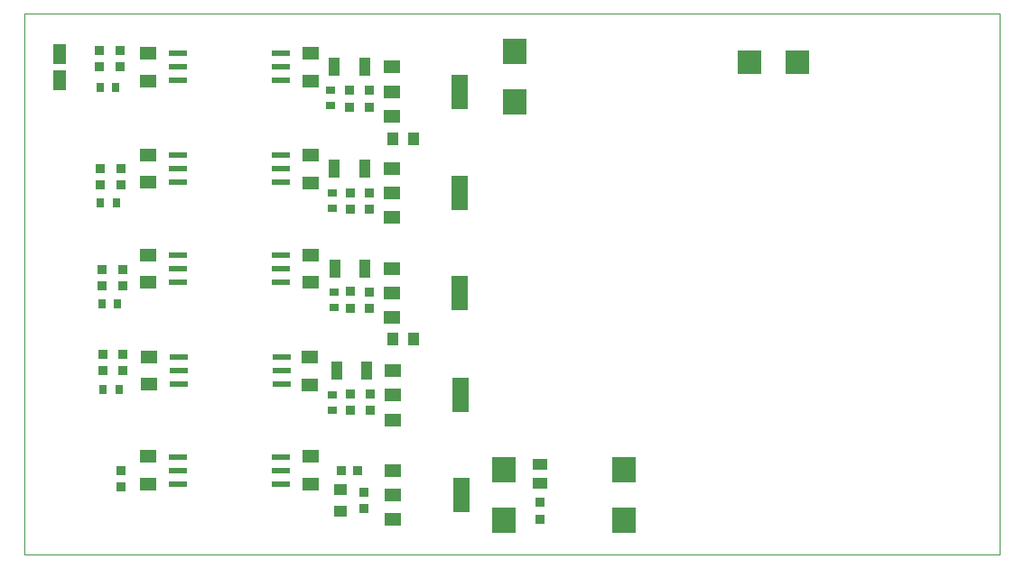
<source format=gtp>
G04*
G04 #@! TF.GenerationSoftware,Altium Limited,Altium Designer,19.1.8 (144)*
G04*
G04 Layer_Color=8421504*
%FSLAX25Y25*%
%MOIN*%
G70*
G01*
G75*
%ADD19C,0.00010*%
%ADD20R,0.09055X0.09055*%
%ADD21R,0.09055X0.09646*%
%ADD22R,0.03543X0.03347*%
%ADD23R,0.05315X0.03937*%
%ADD24R,0.04724X0.03937*%
%ADD25R,0.03347X0.02953*%
%ADD26R,0.03347X0.03543*%
%ADD27R,0.03937X0.04724*%
%ADD28R,0.06299X0.12992*%
%ADD29R,0.06299X0.04724*%
%ADD30R,0.04134X0.06693*%
%ADD31R,0.06496X0.04724*%
%ADD32R,0.02953X0.03347*%
%ADD33R,0.06693X0.02362*%
%ADD34R,0.05118X0.07677*%
D19*
X360005Y200000D02*
G03*
X360000Y200005I-5J0D01*
G01*
X360005Y200000D02*
G03*
X360000Y200005I-5J0D01*
G01*
X360000Y-5D02*
G03*
X360005Y0I0J5D01*
G01*
X360000Y-5D02*
G03*
X360005Y0I0J5D01*
G01*
X0Y200005D02*
G03*
X-5Y200000I0J-5D01*
G01*
X0Y200005D02*
G03*
X-5Y200000I0J-5D01*
G01*
Y0D02*
G03*
X0Y-5I5J0D01*
G01*
X-5Y0D02*
G03*
X0Y-5I5J0D01*
G01*
X360005Y200000D02*
X360005Y0D01*
X0Y200005D02*
X360000Y200005D01*
X0Y-5D02*
X360000Y-5D01*
X-5Y0D02*
Y200000D01*
D20*
X267717Y182087D02*
D03*
X285433D02*
D03*
D21*
X181150Y167339D02*
D03*
Y186039D02*
D03*
X221260Y12697D02*
D03*
Y31398D02*
D03*
X177126Y12697D02*
D03*
Y31398D02*
D03*
D22*
X190157Y13091D02*
D03*
Y19193D02*
D03*
X125197Y23130D02*
D03*
Y17028D02*
D03*
X127559Y53248D02*
D03*
Y59350D02*
D03*
X120472D02*
D03*
Y53248D02*
D03*
X127165Y97146D02*
D03*
Y91043D02*
D03*
X120472Y97244D02*
D03*
Y91142D02*
D03*
X127165Y133760D02*
D03*
Y127657D02*
D03*
X120472D02*
D03*
Y133760D02*
D03*
X127165Y165453D02*
D03*
Y171555D02*
D03*
X120079D02*
D03*
Y165453D02*
D03*
X35610Y24961D02*
D03*
Y31063D02*
D03*
X29000Y74000D02*
D03*
Y67898D02*
D03*
X36417Y74016D02*
D03*
Y67913D02*
D03*
Y105413D02*
D03*
Y99311D02*
D03*
X28543Y105315D02*
D03*
Y99213D02*
D03*
X35610Y142657D02*
D03*
Y136555D02*
D03*
X28110Y142657D02*
D03*
Y136555D02*
D03*
X35256Y186260D02*
D03*
Y180157D02*
D03*
X27756Y186260D02*
D03*
Y180157D02*
D03*
D23*
X190157Y33465D02*
D03*
Y26378D02*
D03*
D24*
X116535Y24016D02*
D03*
Y16142D02*
D03*
D25*
X113779Y53445D02*
D03*
Y59153D02*
D03*
X114173Y96949D02*
D03*
Y91240D02*
D03*
X113779Y133563D02*
D03*
Y127854D02*
D03*
X112992Y166043D02*
D03*
Y171752D02*
D03*
D26*
X117008Y31063D02*
D03*
X123110D02*
D03*
D27*
X135827Y79724D02*
D03*
X143701D02*
D03*
Y153543D02*
D03*
X135827D02*
D03*
D28*
X161197Y21945D02*
D03*
X161024Y58858D02*
D03*
X160807Y96555D02*
D03*
Y171102D02*
D03*
Y133602D02*
D03*
D29*
X136000Y31000D02*
D03*
Y21945D02*
D03*
Y12890D02*
D03*
X135827Y67913D02*
D03*
Y58858D02*
D03*
Y49803D02*
D03*
X135610Y105610D02*
D03*
Y96555D02*
D03*
Y87500D02*
D03*
Y180157D02*
D03*
Y171102D02*
D03*
Y162047D02*
D03*
Y142657D02*
D03*
Y133602D02*
D03*
Y124547D02*
D03*
D30*
X115157Y67913D02*
D03*
X126378D02*
D03*
X114567Y105512D02*
D03*
X125787D02*
D03*
X125610Y142657D02*
D03*
X114390D02*
D03*
X125610Y180157D02*
D03*
X114390D02*
D03*
D31*
X105610Y175039D02*
D03*
Y185276D02*
D03*
X45610Y25945D02*
D03*
Y36181D02*
D03*
X46000Y62882D02*
D03*
Y73118D02*
D03*
X45610Y100492D02*
D03*
Y110728D02*
D03*
Y137539D02*
D03*
Y147776D02*
D03*
Y175039D02*
D03*
Y185276D02*
D03*
X105315Y62795D02*
D03*
Y73032D02*
D03*
X105610Y25945D02*
D03*
Y36181D02*
D03*
Y100492D02*
D03*
Y110728D02*
D03*
Y137421D02*
D03*
Y147658D02*
D03*
D32*
X29146Y61000D02*
D03*
X34854D02*
D03*
X28543Y92520D02*
D03*
X34252D02*
D03*
X28146Y130000D02*
D03*
X33854D02*
D03*
X28110Y172658D02*
D03*
X33819D02*
D03*
D33*
X56713Y36063D02*
D03*
Y31063D02*
D03*
Y26063D02*
D03*
X94508Y36063D02*
D03*
Y31063D02*
D03*
Y26063D02*
D03*
X57087Y72913D02*
D03*
Y67913D02*
D03*
Y62913D02*
D03*
X94882Y72913D02*
D03*
Y67913D02*
D03*
Y62913D02*
D03*
X56713Y185158D02*
D03*
Y180157D02*
D03*
Y175157D02*
D03*
X94508Y185158D02*
D03*
Y180157D02*
D03*
Y175157D02*
D03*
X56713Y110610D02*
D03*
Y105610D02*
D03*
Y100610D02*
D03*
X94508Y110610D02*
D03*
Y105610D02*
D03*
Y100610D02*
D03*
X56713Y147658D02*
D03*
Y142657D02*
D03*
Y137657D02*
D03*
X94508Y147658D02*
D03*
Y142657D02*
D03*
Y137657D02*
D03*
D34*
X13110Y184980D02*
D03*
Y175335D02*
D03*
M02*

</source>
